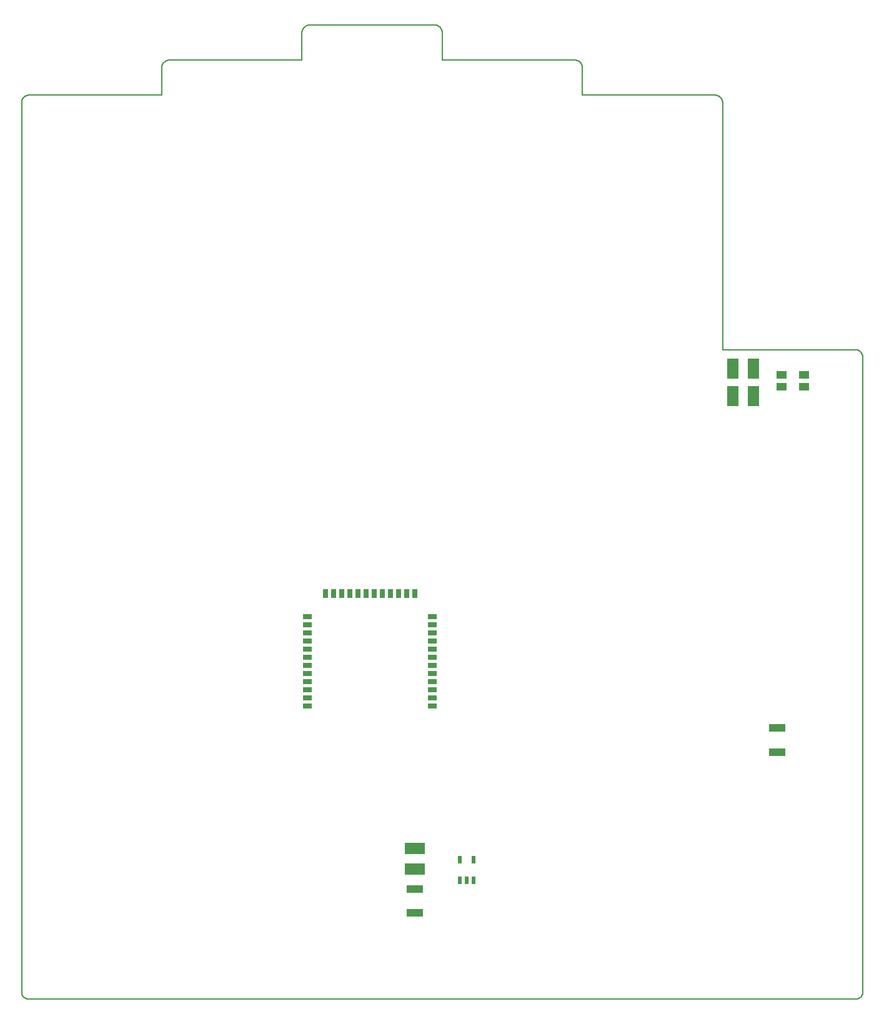
<source format=gtp>
G75*
%MOIN*%
%OFA0B0*%
%FSLAX25Y25*%
%IPPOS*%
%LPD*%
%AMOC8*
5,1,8,0,0,1.08239X$1,22.5*
%
%ADD10C,0.00591*%
%ADD11R,0.02500X0.05000*%
%ADD12R,0.05000X0.02500*%
%ADD13R,0.05512X0.04331*%
%ADD14R,0.02362X0.04331*%
%ADD15R,0.10630X0.06299*%
%ADD16R,0.06299X0.10630*%
%ADD17R,0.09055X0.04331*%
D10*
X0089883Y0072166D02*
X0089883Y0546576D01*
X0089885Y0546700D01*
X0089891Y0546823D01*
X0089900Y0546947D01*
X0089914Y0547069D01*
X0089931Y0547192D01*
X0089953Y0547314D01*
X0089978Y0547435D01*
X0090007Y0547555D01*
X0090039Y0547674D01*
X0090076Y0547793D01*
X0090116Y0547910D01*
X0090159Y0548025D01*
X0090207Y0548140D01*
X0090258Y0548252D01*
X0090312Y0548363D01*
X0090370Y0548473D01*
X0090431Y0548580D01*
X0090496Y0548686D01*
X0090564Y0548789D01*
X0090635Y0548890D01*
X0090709Y0548989D01*
X0090786Y0549086D01*
X0090867Y0549180D01*
X0090950Y0549271D01*
X0091036Y0549360D01*
X0091125Y0549446D01*
X0091216Y0549529D01*
X0091310Y0549610D01*
X0091407Y0549687D01*
X0091506Y0549761D01*
X0091607Y0549832D01*
X0091710Y0549900D01*
X0091816Y0549965D01*
X0091923Y0550026D01*
X0092033Y0550084D01*
X0092144Y0550138D01*
X0092256Y0550189D01*
X0092371Y0550237D01*
X0092486Y0550280D01*
X0092603Y0550320D01*
X0092722Y0550357D01*
X0092841Y0550389D01*
X0092961Y0550418D01*
X0093082Y0550443D01*
X0093204Y0550465D01*
X0093327Y0550482D01*
X0093449Y0550496D01*
X0093573Y0550505D01*
X0093696Y0550511D01*
X0093820Y0550513D01*
X0164686Y0550513D01*
X0164686Y0565276D01*
X0164688Y0565400D01*
X0164694Y0565523D01*
X0164703Y0565647D01*
X0164717Y0565769D01*
X0164734Y0565892D01*
X0164756Y0566014D01*
X0164781Y0566135D01*
X0164810Y0566255D01*
X0164842Y0566374D01*
X0164879Y0566493D01*
X0164919Y0566610D01*
X0164962Y0566725D01*
X0165010Y0566840D01*
X0165061Y0566952D01*
X0165115Y0567063D01*
X0165173Y0567173D01*
X0165234Y0567280D01*
X0165299Y0567386D01*
X0165367Y0567489D01*
X0165438Y0567590D01*
X0165512Y0567689D01*
X0165589Y0567786D01*
X0165670Y0567880D01*
X0165753Y0567971D01*
X0165839Y0568060D01*
X0165928Y0568146D01*
X0166019Y0568229D01*
X0166113Y0568310D01*
X0166210Y0568387D01*
X0166309Y0568461D01*
X0166410Y0568532D01*
X0166513Y0568600D01*
X0166619Y0568665D01*
X0166726Y0568726D01*
X0166836Y0568784D01*
X0166947Y0568838D01*
X0167059Y0568889D01*
X0167174Y0568937D01*
X0167289Y0568980D01*
X0167406Y0569020D01*
X0167525Y0569057D01*
X0167644Y0569089D01*
X0167764Y0569118D01*
X0167885Y0569143D01*
X0168007Y0569165D01*
X0168130Y0569182D01*
X0168252Y0569196D01*
X0168376Y0569205D01*
X0168499Y0569211D01*
X0168623Y0569213D01*
X0239489Y0569213D01*
X0239489Y0583977D01*
X0239491Y0584101D01*
X0239497Y0584224D01*
X0239506Y0584348D01*
X0239520Y0584470D01*
X0239537Y0584593D01*
X0239559Y0584715D01*
X0239584Y0584836D01*
X0239613Y0584956D01*
X0239645Y0585075D01*
X0239682Y0585194D01*
X0239722Y0585311D01*
X0239765Y0585426D01*
X0239813Y0585541D01*
X0239864Y0585653D01*
X0239918Y0585764D01*
X0239976Y0585874D01*
X0240037Y0585981D01*
X0240102Y0586087D01*
X0240170Y0586190D01*
X0240241Y0586291D01*
X0240315Y0586390D01*
X0240392Y0586487D01*
X0240473Y0586581D01*
X0240556Y0586672D01*
X0240642Y0586761D01*
X0240731Y0586847D01*
X0240822Y0586930D01*
X0240916Y0587011D01*
X0241013Y0587088D01*
X0241112Y0587162D01*
X0241213Y0587233D01*
X0241316Y0587301D01*
X0241422Y0587366D01*
X0241529Y0587427D01*
X0241639Y0587485D01*
X0241750Y0587539D01*
X0241862Y0587590D01*
X0241977Y0587638D01*
X0242092Y0587681D01*
X0242209Y0587721D01*
X0242328Y0587758D01*
X0242447Y0587790D01*
X0242567Y0587819D01*
X0242688Y0587844D01*
X0242810Y0587866D01*
X0242933Y0587883D01*
X0243055Y0587897D01*
X0243179Y0587906D01*
X0243302Y0587912D01*
X0243426Y0587914D01*
X0310355Y0587914D01*
X0310479Y0587912D01*
X0310602Y0587906D01*
X0310726Y0587897D01*
X0310848Y0587883D01*
X0310971Y0587866D01*
X0311093Y0587844D01*
X0311214Y0587819D01*
X0311334Y0587790D01*
X0311453Y0587758D01*
X0311572Y0587721D01*
X0311689Y0587681D01*
X0311804Y0587638D01*
X0311919Y0587590D01*
X0312031Y0587539D01*
X0312142Y0587485D01*
X0312252Y0587427D01*
X0312359Y0587366D01*
X0312465Y0587301D01*
X0312568Y0587233D01*
X0312669Y0587162D01*
X0312768Y0587088D01*
X0312865Y0587011D01*
X0312959Y0586930D01*
X0313050Y0586847D01*
X0313139Y0586761D01*
X0313225Y0586672D01*
X0313308Y0586581D01*
X0313389Y0586487D01*
X0313466Y0586390D01*
X0313540Y0586291D01*
X0313611Y0586190D01*
X0313679Y0586087D01*
X0313744Y0585981D01*
X0313805Y0585874D01*
X0313863Y0585764D01*
X0313917Y0585653D01*
X0313968Y0585541D01*
X0314016Y0585426D01*
X0314059Y0585311D01*
X0314099Y0585194D01*
X0314136Y0585075D01*
X0314168Y0584956D01*
X0314197Y0584836D01*
X0314222Y0584715D01*
X0314244Y0584593D01*
X0314261Y0584470D01*
X0314275Y0584348D01*
X0314284Y0584224D01*
X0314290Y0584101D01*
X0314292Y0583977D01*
X0314292Y0569213D01*
X0385158Y0569213D01*
X0385282Y0569211D01*
X0385405Y0569205D01*
X0385529Y0569196D01*
X0385651Y0569182D01*
X0385774Y0569165D01*
X0385896Y0569143D01*
X0386017Y0569118D01*
X0386137Y0569089D01*
X0386256Y0569057D01*
X0386375Y0569020D01*
X0386492Y0568980D01*
X0386607Y0568937D01*
X0386722Y0568889D01*
X0386834Y0568838D01*
X0386945Y0568784D01*
X0387055Y0568726D01*
X0387162Y0568665D01*
X0387268Y0568600D01*
X0387371Y0568532D01*
X0387472Y0568461D01*
X0387571Y0568387D01*
X0387668Y0568310D01*
X0387762Y0568229D01*
X0387853Y0568146D01*
X0387942Y0568060D01*
X0388028Y0567971D01*
X0388111Y0567880D01*
X0388192Y0567786D01*
X0388269Y0567689D01*
X0388343Y0567590D01*
X0388414Y0567489D01*
X0388482Y0567386D01*
X0388547Y0567280D01*
X0388608Y0567173D01*
X0388666Y0567063D01*
X0388720Y0566952D01*
X0388771Y0566840D01*
X0388819Y0566725D01*
X0388862Y0566610D01*
X0388902Y0566493D01*
X0388939Y0566374D01*
X0388971Y0566255D01*
X0389000Y0566135D01*
X0389025Y0566014D01*
X0389047Y0565892D01*
X0389064Y0565769D01*
X0389078Y0565647D01*
X0389087Y0565523D01*
X0389093Y0565400D01*
X0389095Y0565276D01*
X0389095Y0550513D01*
X0459961Y0550513D01*
X0460085Y0550511D01*
X0460208Y0550505D01*
X0460332Y0550496D01*
X0460454Y0550482D01*
X0460577Y0550465D01*
X0460699Y0550443D01*
X0460820Y0550418D01*
X0460940Y0550389D01*
X0461059Y0550357D01*
X0461178Y0550320D01*
X0461295Y0550280D01*
X0461410Y0550237D01*
X0461525Y0550189D01*
X0461637Y0550138D01*
X0461748Y0550084D01*
X0461858Y0550026D01*
X0461965Y0549965D01*
X0462071Y0549900D01*
X0462174Y0549832D01*
X0462275Y0549761D01*
X0462374Y0549687D01*
X0462471Y0549610D01*
X0462565Y0549529D01*
X0462656Y0549446D01*
X0462745Y0549360D01*
X0462831Y0549271D01*
X0462914Y0549180D01*
X0462995Y0549086D01*
X0463072Y0548989D01*
X0463146Y0548890D01*
X0463217Y0548789D01*
X0463285Y0548686D01*
X0463350Y0548580D01*
X0463411Y0548473D01*
X0463469Y0548363D01*
X0463523Y0548252D01*
X0463574Y0548140D01*
X0463622Y0548025D01*
X0463665Y0547910D01*
X0463705Y0547793D01*
X0463742Y0547674D01*
X0463774Y0547555D01*
X0463803Y0547435D01*
X0463828Y0547314D01*
X0463850Y0547192D01*
X0463867Y0547069D01*
X0463881Y0546947D01*
X0463890Y0546823D01*
X0463896Y0546700D01*
X0463898Y0546576D01*
X0463898Y0414686D01*
X0534765Y0414686D01*
X0534889Y0414684D01*
X0535012Y0414678D01*
X0535136Y0414669D01*
X0535258Y0414655D01*
X0535381Y0414638D01*
X0535503Y0414616D01*
X0535624Y0414591D01*
X0535744Y0414562D01*
X0535863Y0414530D01*
X0535982Y0414493D01*
X0536099Y0414453D01*
X0536214Y0414410D01*
X0536329Y0414362D01*
X0536441Y0414311D01*
X0536552Y0414257D01*
X0536662Y0414199D01*
X0536769Y0414138D01*
X0536875Y0414073D01*
X0536978Y0414005D01*
X0537079Y0413934D01*
X0537178Y0413860D01*
X0537275Y0413783D01*
X0537369Y0413702D01*
X0537460Y0413619D01*
X0537549Y0413533D01*
X0537635Y0413444D01*
X0537718Y0413353D01*
X0537799Y0413259D01*
X0537876Y0413162D01*
X0537950Y0413063D01*
X0538021Y0412962D01*
X0538089Y0412859D01*
X0538154Y0412753D01*
X0538215Y0412646D01*
X0538273Y0412536D01*
X0538327Y0412425D01*
X0538378Y0412313D01*
X0538426Y0412198D01*
X0538469Y0412083D01*
X0538509Y0411966D01*
X0538546Y0411847D01*
X0538578Y0411728D01*
X0538607Y0411608D01*
X0538632Y0411487D01*
X0538654Y0411365D01*
X0538671Y0411242D01*
X0538685Y0411120D01*
X0538694Y0410996D01*
X0538700Y0410873D01*
X0538702Y0410749D01*
X0538702Y0072166D01*
X0538700Y0072042D01*
X0538694Y0071919D01*
X0538685Y0071795D01*
X0538671Y0071673D01*
X0538654Y0071550D01*
X0538632Y0071428D01*
X0538607Y0071307D01*
X0538578Y0071187D01*
X0538546Y0071068D01*
X0538509Y0070949D01*
X0538469Y0070832D01*
X0538426Y0070717D01*
X0538378Y0070602D01*
X0538327Y0070490D01*
X0538273Y0070379D01*
X0538215Y0070269D01*
X0538154Y0070162D01*
X0538089Y0070056D01*
X0538021Y0069953D01*
X0537950Y0069852D01*
X0537876Y0069753D01*
X0537799Y0069656D01*
X0537718Y0069562D01*
X0537635Y0069471D01*
X0537549Y0069382D01*
X0537460Y0069296D01*
X0537369Y0069213D01*
X0537275Y0069132D01*
X0537178Y0069055D01*
X0537079Y0068981D01*
X0536978Y0068910D01*
X0536875Y0068842D01*
X0536769Y0068777D01*
X0536662Y0068716D01*
X0536552Y0068658D01*
X0536441Y0068604D01*
X0536329Y0068553D01*
X0536214Y0068505D01*
X0536099Y0068462D01*
X0535982Y0068422D01*
X0535863Y0068385D01*
X0535744Y0068353D01*
X0535624Y0068324D01*
X0535503Y0068299D01*
X0535381Y0068277D01*
X0535258Y0068260D01*
X0535136Y0068246D01*
X0535012Y0068237D01*
X0534889Y0068231D01*
X0534765Y0068229D01*
X0093820Y0068229D01*
X0093696Y0068231D01*
X0093573Y0068237D01*
X0093449Y0068246D01*
X0093327Y0068260D01*
X0093204Y0068277D01*
X0093082Y0068299D01*
X0092961Y0068324D01*
X0092841Y0068353D01*
X0092722Y0068385D01*
X0092603Y0068422D01*
X0092486Y0068462D01*
X0092371Y0068505D01*
X0092256Y0068553D01*
X0092144Y0068604D01*
X0092033Y0068658D01*
X0091923Y0068716D01*
X0091816Y0068777D01*
X0091710Y0068842D01*
X0091607Y0068910D01*
X0091506Y0068981D01*
X0091407Y0069055D01*
X0091310Y0069132D01*
X0091216Y0069213D01*
X0091125Y0069296D01*
X0091036Y0069382D01*
X0090950Y0069471D01*
X0090867Y0069562D01*
X0090786Y0069656D01*
X0090709Y0069753D01*
X0090635Y0069852D01*
X0090564Y0069953D01*
X0090496Y0070056D01*
X0090431Y0070162D01*
X0090370Y0070269D01*
X0090312Y0070379D01*
X0090258Y0070490D01*
X0090207Y0070602D01*
X0090159Y0070717D01*
X0090116Y0070832D01*
X0090076Y0070949D01*
X0090039Y0071068D01*
X0090007Y0071187D01*
X0089978Y0071307D01*
X0089953Y0071428D01*
X0089931Y0071550D01*
X0089914Y0071673D01*
X0089900Y0071795D01*
X0089891Y0071919D01*
X0089885Y0072042D01*
X0089883Y0072166D01*
D11*
X0251891Y0284568D03*
X0256221Y0284568D03*
X0260552Y0284568D03*
X0264883Y0284568D03*
X0269213Y0284568D03*
X0273544Y0284568D03*
X0277875Y0284568D03*
X0282206Y0284568D03*
X0286536Y0284568D03*
X0290867Y0284568D03*
X0295198Y0284568D03*
X0299528Y0284568D03*
D12*
X0309174Y0272166D03*
X0309174Y0267835D03*
X0309174Y0263505D03*
X0309174Y0259174D03*
X0309174Y0254843D03*
X0309174Y0250513D03*
X0309174Y0246182D03*
X0309174Y0241851D03*
X0309174Y0237520D03*
X0309174Y0233190D03*
X0309174Y0228859D03*
X0309174Y0224528D03*
X0242245Y0224528D03*
X0242245Y0228859D03*
X0242245Y0233190D03*
X0242245Y0237520D03*
X0242245Y0241851D03*
X0242245Y0246182D03*
X0242245Y0250513D03*
X0242245Y0254843D03*
X0242245Y0259174D03*
X0242245Y0263505D03*
X0242245Y0267835D03*
X0242245Y0272166D03*
D13*
X0495394Y0395001D03*
X0495394Y0401300D03*
X0507206Y0401300D03*
X0507206Y0395001D03*
D14*
X0331024Y0142639D03*
X0323544Y0142639D03*
X0323544Y0131615D03*
X0327284Y0131615D03*
X0331024Y0131615D03*
D15*
X0299725Y0137520D03*
X0299725Y0148544D03*
D16*
X0469410Y0389883D03*
X0480434Y0389883D03*
X0480434Y0404450D03*
X0469410Y0404450D03*
D17*
X0493032Y0212914D03*
X0493032Y0199922D03*
X0299725Y0127087D03*
X0299725Y0114095D03*
M02*

</source>
